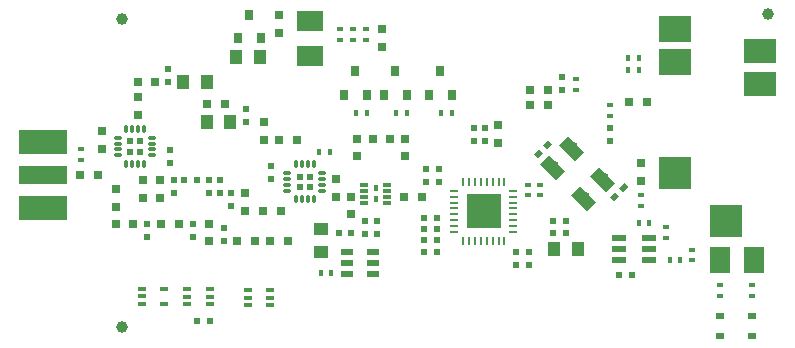
<source format=gtp>
G04 #@! TF.GenerationSoftware,KiCad,Pcbnew,(5.0.0)*
G04 #@! TF.CreationDate,2018-09-16T16:08:27-07:00*
G04 #@! TF.ProjectId,HamShieldMini1.2,48616D536869656C644D696E69312E32,rev?*
G04 #@! TF.SameCoordinates,PX459e440PY8f0d180*
G04 #@! TF.FileFunction,Paste,Top*
G04 #@! TF.FilePolarity,Positive*
%FSLAX46Y46*%
G04 Gerber Fmt 4.6, Leading zero omitted, Abs format (unit mm)*
G04 Created by KiCad (PCBNEW (5.0.0)) date 09/16/18 16:08:27*
%MOMM*%
%LPD*%
G01*
G04 APERTURE LIST*
%ADD10O,0.750000X0.300000*%
%ADD11O,0.300000X0.750000*%
%ADD12R,0.540000X0.540000*%
%ADD13R,0.600000X0.400000*%
%ADD14C,0.998220*%
%ADD15R,0.400000X0.600000*%
%ADD16R,0.800000X0.900000*%
%ADD17R,2.800000X2.000000*%
%ADD18R,2.800000X2.200000*%
%ADD19R,2.800000X2.800000*%
%ADD20R,0.254000X0.762000*%
%ADD21R,0.762000X0.254000*%
%ADD22R,2.999740X2.999740*%
%ADD23R,1.198880X0.548640*%
%ADD24R,0.750000X0.800000*%
%ADD25R,0.600000X0.500000*%
%ADD26C,0.500000*%
%ADD27C,0.150000*%
%ADD28R,0.500000X0.600000*%
%ADD29R,0.800000X0.750000*%
%ADD30R,0.700000X0.420000*%
%ADD31R,0.749300X0.398780*%
%ADD32R,1.000000X1.250000*%
%ADD33R,1.250000X1.000000*%
%ADD34R,4.064000X2.000000*%
%ADD35R,4.064000X1.524000*%
%ADD36R,0.800000X0.600000*%
%ADD37C,1.099820*%
%ADD38R,1.800000X2.230000*%
%ADD39R,2.230000X1.800000*%
%ADD40R,0.700000X0.300000*%
%ADD41R,0.375000X0.570000*%
%ADD42R,1.000000X0.600000*%
%ADD43R,0.650000X0.400000*%
G04 APERTURE END LIST*
D10*
G04 #@! TO.C,U11*
X23025000Y15000000D03*
X23025000Y14500000D03*
X23025000Y14000000D03*
X23025000Y13500000D03*
D11*
X23750000Y12775000D03*
X24250000Y12775000D03*
X24750000Y12775000D03*
X25250000Y12775000D03*
D10*
X25975000Y13500000D03*
X25975000Y14000000D03*
X25975000Y14500000D03*
X25975000Y15000000D03*
D11*
X25250000Y15725000D03*
X24750000Y15725000D03*
X24250000Y15725000D03*
X23750000Y15725000D03*
D12*
X24950000Y13800000D03*
X24950000Y14700000D03*
X24050000Y13800000D03*
X24050000Y14700000D03*
G04 #@! TD*
D13*
G04 #@! TO.C,R36*
X29700000Y27200000D03*
X29700000Y26300000D03*
G04 #@! TD*
G04 #@! TO.C,R37*
X28600000Y27200000D03*
X28600000Y26300000D03*
G04 #@! TD*
D14*
G04 #@! TO.C,FD1*
X63700000Y28500000D03*
G04 #@! TD*
D15*
G04 #@! TO.C,R1*
X28825000Y20125000D03*
X29725000Y20125000D03*
G04 #@! TD*
G04 #@! TO.C,R14*
X32225000Y20125000D03*
X33125000Y20125000D03*
G04 #@! TD*
G04 #@! TO.C,R15*
X36025000Y20125000D03*
X36925000Y20125000D03*
G04 #@! TD*
D13*
G04 #@! TO.C,R16*
X27500000Y27200000D03*
X27500000Y26300000D03*
G04 #@! TD*
D16*
G04 #@! TO.C,Q5*
X27825000Y21625000D03*
X29725000Y21625000D03*
X28775000Y23625000D03*
G04 #@! TD*
G04 #@! TO.C,Q6*
X31225000Y21625000D03*
X33125000Y21625000D03*
X32175000Y23625000D03*
G04 #@! TD*
G04 #@! TO.C,Q7*
X35025000Y21625000D03*
X36925000Y21625000D03*
X35975000Y23625000D03*
G04 #@! TD*
D17*
G04 #@! TO.C,J2*
X63000000Y25300000D03*
X63000000Y22500000D03*
D18*
X55800000Y24400000D03*
X55800000Y27200000D03*
D19*
X55800000Y15000000D03*
X60150000Y10900000D03*
G04 #@! TD*
D20*
G04 #@! TO.C,U1*
X40899680Y9250640D03*
X40399300Y9250640D03*
X39898920Y9250640D03*
X41400060Y9250640D03*
D21*
X42149360Y9999940D03*
X42149360Y10500320D03*
X42149360Y11000700D03*
X42149360Y11501080D03*
X42149360Y11998920D03*
X42149360Y12499300D03*
X42149360Y12999680D03*
X42149360Y13500060D03*
D20*
X37899940Y14249360D03*
X41400060Y14249360D03*
X40899680Y14249360D03*
X40399300Y14249360D03*
X39898920Y14249360D03*
X39401080Y14249360D03*
X38900700Y14249360D03*
X38400320Y14249360D03*
D21*
X37150640Y13500060D03*
X37150640Y12999680D03*
X37150640Y12499300D03*
X37150640Y11998920D03*
X37150640Y11501080D03*
X37150640Y11000700D03*
X37150640Y10500320D03*
X37150640Y9999940D03*
D20*
X37899940Y9250640D03*
X38400320Y9250640D03*
X38900700Y9250640D03*
X39401080Y9250640D03*
D22*
X39650000Y11750000D03*
G04 #@! TD*
D23*
G04 #@! TO.C,U3*
X53672940Y9499960D03*
X53672940Y8550000D03*
X53672940Y7600040D03*
X51077060Y7600040D03*
X51077060Y8550000D03*
X51077060Y9499960D03*
G04 #@! TD*
D24*
G04 #@! TO.C,C20*
X22300000Y28350000D03*
X22300000Y26850000D03*
G04 #@! TD*
D25*
G04 #@! TO.C,C1*
X43500000Y8275000D03*
X42400000Y8275000D03*
G04 #@! TD*
G04 #@! TO.C,C2*
X43500000Y7250000D03*
X42400000Y7250000D03*
G04 #@! TD*
G04 #@! TO.C,C3*
X34550000Y11200000D03*
X35650000Y11200000D03*
G04 #@! TD*
G04 #@! TO.C,C4*
X34550000Y10250000D03*
X35650000Y10250000D03*
G04 #@! TD*
G04 #@! TO.C,C5*
X46625000Y10900000D03*
X45525000Y10900000D03*
G04 #@! TD*
G04 #@! TO.C,C6*
X46625000Y9950000D03*
X45525000Y9950000D03*
G04 #@! TD*
G04 #@! TO.C,C7*
X34550000Y9300000D03*
X35650000Y9300000D03*
G04 #@! TD*
G04 #@! TO.C,C8*
X34550000Y8350000D03*
X35650000Y8350000D03*
G04 #@! TD*
D26*
G04 #@! TO.C,C9*
X51513909Y13788909D03*
D27*
G36*
X51549264Y14177818D02*
X51902818Y13824264D01*
X51478554Y13400000D01*
X51125000Y13753554D01*
X51549264Y14177818D01*
X51549264Y14177818D01*
G37*
D26*
X50736091Y13011091D03*
D27*
G36*
X50771446Y13400000D02*
X51125000Y13046446D01*
X50700736Y12622182D01*
X50347182Y12975736D01*
X50771446Y13400000D01*
X50771446Y13400000D01*
G37*
G04 #@! TD*
D26*
G04 #@! TO.C,C10*
X45038909Y17413909D03*
D27*
G36*
X45074264Y17802818D02*
X45427818Y17449264D01*
X45003554Y17025000D01*
X44650000Y17378554D01*
X45074264Y17802818D01*
X45074264Y17802818D01*
G37*
D26*
X44261091Y16636091D03*
D27*
G36*
X44296446Y17025000D02*
X44650000Y16671446D01*
X44225736Y16247182D01*
X43872182Y16600736D01*
X44296446Y17025000D01*
X44296446Y17025000D01*
G37*
G04 #@! TD*
D28*
G04 #@! TO.C,C12*
X39775000Y18850000D03*
X39775000Y17750000D03*
G04 #@! TD*
G04 #@! TO.C,C13*
X38825000Y18850000D03*
X38825000Y17750000D03*
G04 #@! TD*
G04 #@! TO.C,C14*
X35870000Y15350000D03*
X35870000Y14250000D03*
G04 #@! TD*
G04 #@! TO.C,C15*
X34730000Y15350000D03*
X34730000Y14250000D03*
G04 #@! TD*
D25*
G04 #@! TO.C,C17*
X16480000Y2490000D03*
X15380000Y2490000D03*
G04 #@! TD*
D29*
G04 #@! TO.C,C19*
X5475000Y14825000D03*
X6975000Y14825000D03*
G04 #@! TD*
G04 #@! TO.C,C23*
X23075000Y9225000D03*
X21575000Y9225000D03*
G04 #@! TD*
G04 #@! TO.C,C24*
X22475000Y11775000D03*
X20975000Y11775000D03*
G04 #@! TD*
G04 #@! TO.C,C25*
X22300000Y17800000D03*
X23800000Y17800000D03*
G04 #@! TD*
D28*
G04 #@! TO.C,C31*
X13100000Y16950000D03*
X13100000Y15850000D03*
G04 #@! TD*
G04 #@! TO.C,C35*
X21600000Y14500000D03*
X21600000Y15600000D03*
G04 #@! TD*
D25*
G04 #@! TO.C,C39*
X52175000Y6375000D03*
X51075000Y6375000D03*
G04 #@! TD*
D29*
G04 #@! TO.C,C40*
X45075000Y22050000D03*
X43575000Y22050000D03*
G04 #@! TD*
D28*
G04 #@! TO.C,C41*
X46300000Y23150000D03*
X46300000Y22050000D03*
G04 #@! TD*
G04 #@! TO.C,C43*
X50350000Y18800000D03*
X50350000Y17700000D03*
G04 #@! TD*
G04 #@! TO.C,C56*
X18275000Y13275000D03*
X18275000Y12175000D03*
G04 #@! TD*
G04 #@! TO.C,C59*
X15025000Y10725000D03*
X15025000Y9625000D03*
G04 #@! TD*
G04 #@! TO.C,C60*
X16375000Y14375000D03*
X16375000Y13275000D03*
G04 #@! TD*
D29*
G04 #@! TO.C,C94*
X45075000Y20725000D03*
X43575000Y20725000D03*
G04 #@! TD*
D15*
G04 #@! TO.C,R12*
X53675000Y10775000D03*
X52775000Y10775000D03*
G04 #@! TD*
D13*
G04 #@! TO.C,R13*
X57275000Y7600000D03*
X57275000Y8500000D03*
G04 #@! TD*
D15*
G04 #@! TO.C,R23*
X56275000Y7600000D03*
X55375000Y7600000D03*
G04 #@! TD*
D13*
G04 #@! TO.C,R24*
X47450000Y22950000D03*
X47450000Y22050000D03*
G04 #@! TD*
D15*
G04 #@! TO.C,R27*
X52750000Y23700000D03*
X51850000Y23700000D03*
G04 #@! TD*
G04 #@! TO.C,R28*
X52750000Y24750000D03*
X51850000Y24750000D03*
G04 #@! TD*
D13*
G04 #@! TO.C,R31*
X50350000Y20750000D03*
X50350000Y19850000D03*
G04 #@! TD*
D15*
G04 #@! TO.C,R4*
X25850000Y6500000D03*
X26750000Y6500000D03*
G04 #@! TD*
G04 #@! TO.C,R5*
X25700000Y16750000D03*
X26600000Y16750000D03*
G04 #@! TD*
D13*
G04 #@! TO.C,R6*
X53000000Y12200000D03*
X53000000Y13100000D03*
G04 #@! TD*
G04 #@! TO.C,R7*
X55050000Y9500000D03*
X55050000Y10400000D03*
G04 #@! TD*
D30*
G04 #@! TO.C,D1*
X19680000Y5090000D03*
X19680000Y4440000D03*
X19680000Y3790000D03*
X21580000Y3790000D03*
X21580000Y4440000D03*
X21580000Y5090000D03*
G04 #@! TD*
D28*
G04 #@! TO.C,C58*
X19550000Y19300000D03*
X19550000Y20400000D03*
G04 #@! TD*
D31*
G04 #@! TO.C,U12*
X16429960Y3889760D03*
X16429960Y4540000D03*
X16429960Y5190240D03*
X14530040Y5190240D03*
X14530040Y4540000D03*
X14530040Y3889760D03*
G04 #@! TD*
D29*
G04 #@! TO.C,C61*
X16200000Y20850000D03*
X17700000Y20850000D03*
G04 #@! TD*
D24*
G04 #@! TO.C,C67*
X8475000Y13625000D03*
X8475000Y12125000D03*
G04 #@! TD*
G04 #@! TO.C,C73*
X27150000Y13000000D03*
X27150000Y14500000D03*
G04 #@! TD*
D29*
G04 #@! TO.C,L18*
X20275000Y9225000D03*
X18775000Y9225000D03*
G04 #@! TD*
D24*
G04 #@! TO.C,L19*
X19425000Y11775000D03*
X19425000Y13275000D03*
G04 #@! TD*
G04 #@! TO.C,L21*
X16375000Y9225000D03*
X16375000Y10725000D03*
G04 #@! TD*
D29*
G04 #@! TO.C,L24*
X13825000Y10725000D03*
X12325000Y10725000D03*
G04 #@! TD*
G04 #@! TO.C,L27*
X9975000Y10725000D03*
X8475000Y10725000D03*
G04 #@! TD*
D24*
G04 #@! TO.C,L28*
X12275000Y14375000D03*
X12275000Y12875000D03*
G04 #@! TD*
D28*
G04 #@! TO.C,C53*
X17675000Y9225000D03*
X17675000Y10325000D03*
G04 #@! TD*
G04 #@! TO.C,C62*
X11125000Y10725000D03*
X11125000Y9625000D03*
G04 #@! TD*
G04 #@! TO.C,C63*
X13425000Y14375000D03*
X13425000Y13275000D03*
G04 #@! TD*
G04 #@! TO.C,C66*
X12950000Y22700000D03*
X12950000Y23800000D03*
G04 #@! TD*
D24*
G04 #@! TO.C,C68*
X10825000Y14375000D03*
X10825000Y12875000D03*
G04 #@! TD*
G04 #@! TO.C,C70*
X10375000Y21450000D03*
X10375000Y19950000D03*
G04 #@! TD*
D29*
G04 #@! TO.C,C71*
X34400000Y13000000D03*
X32900000Y13000000D03*
G04 #@! TD*
D25*
G04 #@! TO.C,C75*
X28450000Y9900000D03*
X27350000Y9900000D03*
G04 #@! TD*
D28*
G04 #@! TO.C,C76*
X30600000Y9850000D03*
X30600000Y10950000D03*
G04 #@! TD*
G04 #@! TO.C,L22*
X17325000Y13275000D03*
X17325000Y14375000D03*
G04 #@! TD*
D32*
G04 #@! TO.C,L23*
X18200000Y19300000D03*
X16200000Y19300000D03*
G04 #@! TD*
D25*
G04 #@! TO.C,L25*
X15375000Y14375000D03*
X14275000Y14375000D03*
G04 #@! TD*
D32*
G04 #@! TO.C,L26*
X16200000Y22700000D03*
X14200000Y22700000D03*
G04 #@! TD*
D28*
G04 #@! TO.C,C74*
X29600000Y9850000D03*
X29600000Y10950000D03*
G04 #@! TD*
D14*
G04 #@! TO.C,FD2*
X9000000Y1950000D03*
G04 #@! TD*
D29*
G04 #@! TO.C,C77*
X30240000Y17910000D03*
X31740000Y17910000D03*
G04 #@! TD*
D24*
G04 #@! TO.C,L30*
X28900000Y16420000D03*
X28900000Y17920000D03*
G04 #@! TD*
G04 #@! TO.C,L31*
X32990000Y16420000D03*
X32990000Y17920000D03*
G04 #@! TD*
G04 #@! TO.C,L32*
X7325000Y17075000D03*
X7325000Y18575000D03*
G04 #@! TD*
D13*
G04 #@! TO.C,R9*
X5575000Y16125000D03*
X5575000Y17025000D03*
G04 #@! TD*
D32*
G04 #@! TO.C,C22*
X20700000Y24800000D03*
X18700000Y24800000D03*
G04 #@! TD*
D24*
G04 #@! TO.C,L3*
X28450000Y11500000D03*
X28450000Y13000000D03*
G04 #@! TD*
G04 #@! TO.C,L20*
X21000000Y17800000D03*
X21000000Y19300000D03*
G04 #@! TD*
D29*
G04 #@! TO.C,L29*
X11850000Y22700000D03*
X10350000Y22700000D03*
G04 #@! TD*
D32*
G04 #@! TO.C,C80*
X45625000Y8600000D03*
X47625000Y8600000D03*
G04 #@! TD*
D33*
G04 #@! TO.C,C81*
X25900000Y8300000D03*
X25900000Y10300000D03*
G04 #@! TD*
D34*
G04 #@! TO.C,J1*
X2325000Y12063000D03*
X2325000Y17587000D03*
D35*
X2325000Y14825000D03*
G04 #@! TD*
D36*
G04 #@! TO.C,D2*
X62380000Y1190000D03*
X62380000Y2890000D03*
G04 #@! TD*
G04 #@! TO.C,D3*
X59650000Y1190000D03*
X59650000Y2890000D03*
G04 #@! TD*
D13*
G04 #@! TO.C,R20*
X62380000Y5490000D03*
X62380000Y4590000D03*
G04 #@! TD*
G04 #@! TO.C,R22*
X59630000Y5490000D03*
X59630000Y4590000D03*
G04 #@! TD*
D16*
G04 #@! TO.C,U6*
X18850000Y26400000D03*
X20750000Y26400000D03*
X19800000Y28400000D03*
G04 #@! TD*
D37*
G04 #@! TO.C,Y1*
X49719340Y14479290D03*
D27*
G36*
X50779908Y14196412D02*
X50002218Y13418722D01*
X48658772Y14762168D01*
X49436462Y15539858D01*
X50779908Y14196412D01*
X50779908Y14196412D01*
G37*
D37*
X47104290Y17094340D03*
D27*
G36*
X48164858Y16811462D02*
X47387168Y16033772D01*
X46043722Y17377218D01*
X46821412Y18154908D01*
X48164858Y16811462D01*
X48164858Y16811462D01*
G37*
D37*
X45480660Y15470710D03*
D27*
G36*
X46541228Y15187832D02*
X45763538Y14410142D01*
X44420092Y15753588D01*
X45197782Y16531278D01*
X46541228Y15187832D01*
X46541228Y15187832D01*
G37*
D37*
X48095710Y12855660D03*
D27*
G36*
X49156278Y12572782D02*
X48378588Y11795092D01*
X47035142Y13138538D01*
X47812832Y13916228D01*
X49156278Y12572782D01*
X49156278Y12572782D01*
G37*
G04 #@! TD*
D29*
G04 #@! TO.C,C42*
X51950000Y21000000D03*
X53450000Y21000000D03*
G04 #@! TD*
D24*
G04 #@! TO.C,C47*
X53000000Y14350000D03*
X53000000Y15850000D03*
G04 #@! TD*
D38*
G04 #@! TO.C,C93*
X62560000Y7600000D03*
X59640000Y7600000D03*
G04 #@! TD*
D14*
G04 #@! TO.C,FD3*
X9000000Y28000000D03*
G04 #@! TD*
D39*
G04 #@! TO.C,C18*
X24950000Y24940000D03*
X24950000Y27860000D03*
G04 #@! TD*
D24*
G04 #@! TO.C,C21*
X31000000Y25700000D03*
X31000000Y27200000D03*
G04 #@! TD*
G04 #@! TO.C,C11*
X40850000Y17550000D03*
X40850000Y19050000D03*
G04 #@! TD*
D13*
G04 #@! TO.C,R2*
X44450000Y14025000D03*
X44450000Y13125000D03*
G04 #@! TD*
G04 #@! TO.C,R3*
X43400000Y14025000D03*
X43400000Y13125000D03*
G04 #@! TD*
D40*
G04 #@! TO.C,U4*
X31450000Y12500000D03*
X31450000Y13000000D03*
X31450000Y13500000D03*
X31450000Y14000000D03*
X29550000Y14000000D03*
X29550000Y13500000D03*
X29550000Y13000000D03*
X29550000Y12500000D03*
D41*
X30500000Y13725000D03*
X30500000Y12775000D03*
G04 #@! TD*
D42*
G04 #@! TO.C,Q1*
X30300000Y6450000D03*
X30300000Y7400000D03*
X30300000Y8350000D03*
X28100000Y8350000D03*
X28100000Y7400000D03*
X28100000Y6450000D03*
G04 #@! TD*
D12*
G04 #@! TO.C,U10*
X10575000Y16800000D03*
X10575000Y17700000D03*
X9675000Y16800000D03*
X9675000Y17700000D03*
D11*
X10875000Y15775000D03*
X10375000Y15775000D03*
X9875000Y15775000D03*
X9375000Y15775000D03*
D10*
X8650000Y16500000D03*
X8650000Y17000000D03*
X8650000Y17500000D03*
X8650000Y18000000D03*
D11*
X9375000Y18725000D03*
X9875000Y18725000D03*
X10375000Y18725000D03*
X10875000Y18725000D03*
D10*
X11600000Y18000000D03*
X11600000Y17500000D03*
X11600000Y17000000D03*
X11600000Y16500000D03*
G04 #@! TD*
D43*
G04 #@! TO.C,U2*
X12600000Y5200000D03*
X12600000Y3900000D03*
X10700000Y4550000D03*
X10700000Y3900000D03*
X10700000Y5200000D03*
G04 #@! TD*
M02*

</source>
